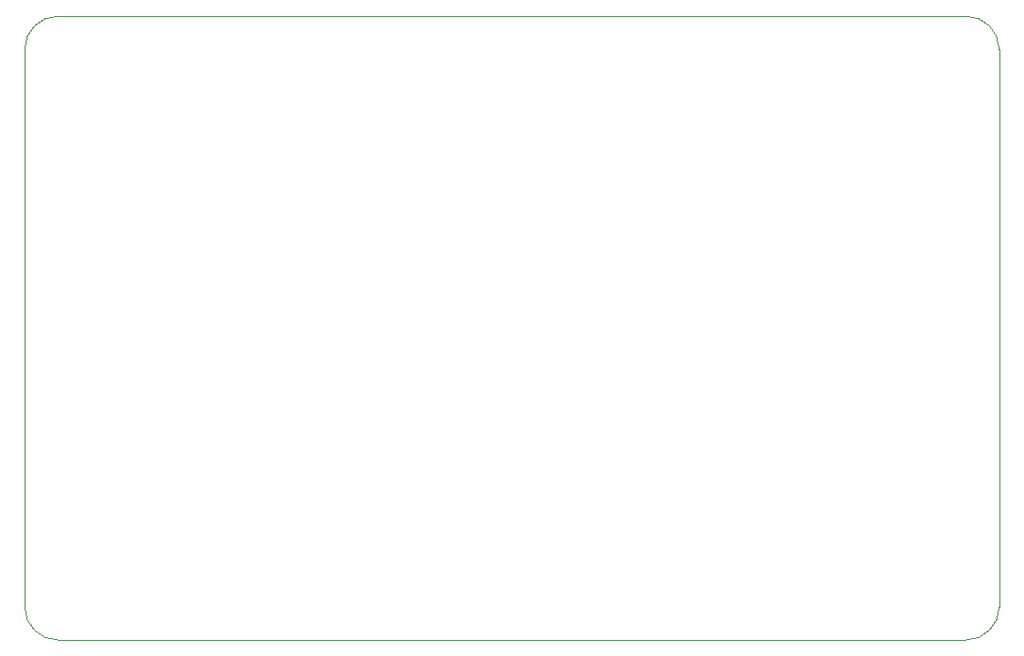
<source format=gbr>
%TF.GenerationSoftware,KiCad,Pcbnew,5.1.10-88a1d61d58~90~ubuntu20.04.1*%
%TF.CreationDate,2021-08-05T17:18:09+03:00*%
%TF.ProjectId,PiUPS,50695550-532e-46b6-9963-61645f706362,rev?*%
%TF.SameCoordinates,Original*%
%TF.FileFunction,Profile,NP*%
%FSLAX46Y46*%
G04 Gerber Fmt 4.6, Leading zero omitted, Abs format (unit mm)*
G04 Created by KiCad (PCBNEW 5.1.10-88a1d61d58~90~ubuntu20.04.1) date 2021-08-05 17:18:09*
%MOMM*%
%LPD*%
G01*
G04 APERTURE LIST*
%TA.AperFunction,Profile*%
%ADD10C,0.050000*%
%TD*%
G04 APERTURE END LIST*
D10*
X150750416Y-67424584D02*
X69400416Y-67424584D01*
X150750416Y-67424584D02*
G75*
G02*
X153750832Y-70425000I0J-3000416D01*
G01*
X153750416Y-120399584D02*
X153750832Y-70425000D01*
X153750416Y-120399584D02*
G75*
G02*
X150750000Y-123400000I-3000416J0D01*
G01*
X66400000Y-70425000D02*
G75*
G02*
X69400416Y-67424584I3000416J0D01*
G01*
X66399584Y-120399584D02*
X66400000Y-70425000D01*
X150750000Y-123400000D02*
X69400000Y-123400000D01*
X69400000Y-123400000D02*
G75*
G02*
X66399584Y-120399584I0J3000416D01*
G01*
M02*

</source>
